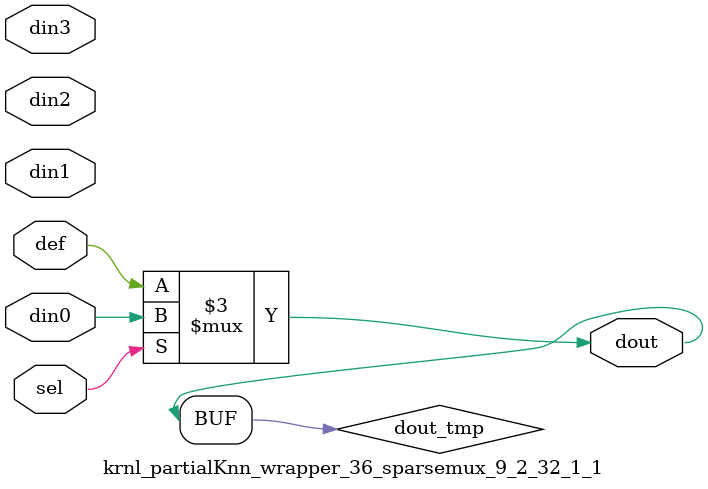
<source format=v>
`timescale 1ns / 1ps

module krnl_partialKnn_wrapper_36_sparsemux_9_2_32_1_1 (din0,din1,din2,din3,def,sel,dout);

parameter din0_WIDTH = 1;

parameter din1_WIDTH = 1;

parameter din2_WIDTH = 1;

parameter din3_WIDTH = 1;

parameter def_WIDTH = 1;
parameter sel_WIDTH = 1;
parameter dout_WIDTH = 1;

parameter [sel_WIDTH-1:0] CASE0 = 1;

parameter [sel_WIDTH-1:0] CASE1 = 1;

parameter [sel_WIDTH-1:0] CASE2 = 1;

parameter [sel_WIDTH-1:0] CASE3 = 1;

parameter ID = 1;
parameter NUM_STAGE = 1;



input [din0_WIDTH-1:0] din0;

input [din1_WIDTH-1:0] din1;

input [din2_WIDTH-1:0] din2;

input [din3_WIDTH-1:0] din3;

input [def_WIDTH-1:0] def;
input [sel_WIDTH-1:0] sel;

output [dout_WIDTH-1:0] dout;



reg [dout_WIDTH-1:0] dout_tmp;

always @ (*) begin
case (sel)
    
    CASE0 : dout_tmp = din0;
    
    CASE1 : dout_tmp = din1;
    
    CASE2 : dout_tmp = din2;
    
    CASE3 : dout_tmp = din3;
    
    default : dout_tmp = def;
endcase
end


assign dout = dout_tmp;



endmodule

</source>
